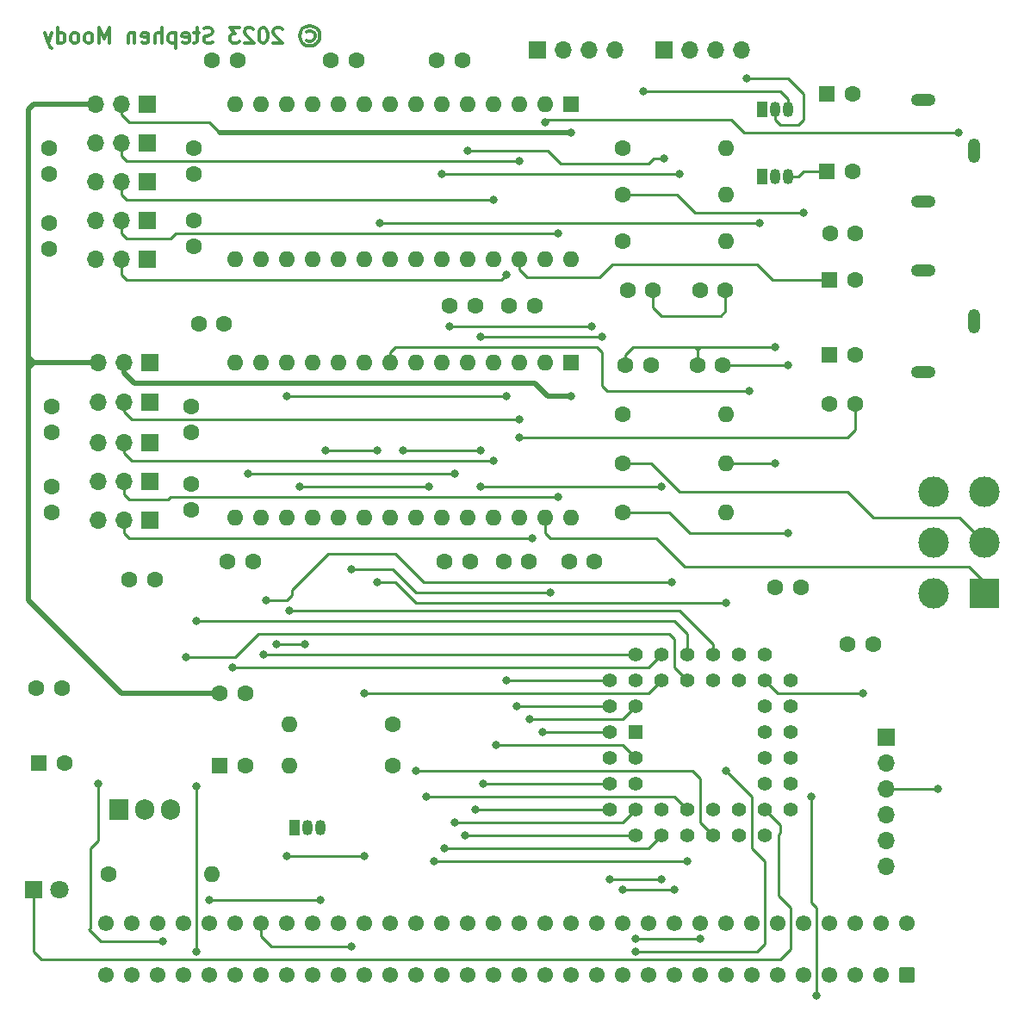
<source format=gbl>
G04 #@! TF.GenerationSoftware,KiCad,Pcbnew,7.0.8*
G04 #@! TF.CreationDate,2024-01-05T15:27:59+00:00*
G04 #@! TF.ProjectId,AudioSID,41756469-6f53-4494-942e-6b696361645f,rev?*
G04 #@! TF.SameCoordinates,Original*
G04 #@! TF.FileFunction,Copper,L4,Bot*
G04 #@! TF.FilePolarity,Positive*
%FSLAX46Y46*%
G04 Gerber Fmt 4.6, Leading zero omitted, Abs format (unit mm)*
G04 Created by KiCad (PCBNEW 7.0.8) date 2024-01-05 15:27:59*
%MOMM*%
%LPD*%
G01*
G04 APERTURE LIST*
G04 Aperture macros list*
%AMRoundRect*
0 Rectangle with rounded corners*
0 $1 Rounding radius*
0 $2 $3 $4 $5 $6 $7 $8 $9 X,Y pos of 4 corners*
0 Add a 4 corners polygon primitive as box body*
4,1,4,$2,$3,$4,$5,$6,$7,$8,$9,$2,$3,0*
0 Add four circle primitives for the rounded corners*
1,1,$1+$1,$2,$3*
1,1,$1+$1,$4,$5*
1,1,$1+$1,$6,$7*
1,1,$1+$1,$8,$9*
0 Add four rect primitives between the rounded corners*
20,1,$1+$1,$2,$3,$4,$5,0*
20,1,$1+$1,$4,$5,$6,$7,0*
20,1,$1+$1,$6,$7,$8,$9,0*
20,1,$1+$1,$8,$9,$2,$3,0*%
G04 Aperture macros list end*
%ADD10C,0.300000*%
G04 #@! TA.AperFunction,NonConductor*
%ADD11C,0.300000*%
G04 #@! TD*
G04 #@! TA.AperFunction,ComponentPad*
%ADD12RoundRect,0.249999X0.525001X0.525001X-0.525001X0.525001X-0.525001X-0.525001X0.525001X-0.525001X0*%
G04 #@! TD*
G04 #@! TA.AperFunction,ComponentPad*
%ADD13C,1.550000*%
G04 #@! TD*
G04 #@! TA.AperFunction,ComponentPad*
%ADD14R,1.700000X1.700000*%
G04 #@! TD*
G04 #@! TA.AperFunction,ComponentPad*
%ADD15O,1.700000X1.700000*%
G04 #@! TD*
G04 #@! TA.AperFunction,ComponentPad*
%ADD16C,1.600000*%
G04 #@! TD*
G04 #@! TA.AperFunction,ComponentPad*
%ADD17O,1.600000X1.600000*%
G04 #@! TD*
G04 #@! TA.AperFunction,ComponentPad*
%ADD18R,1.600000X1.600000*%
G04 #@! TD*
G04 #@! TA.AperFunction,ComponentPad*
%ADD19O,1.208000X2.416000*%
G04 #@! TD*
G04 #@! TA.AperFunction,ComponentPad*
%ADD20O,2.416000X1.208000*%
G04 #@! TD*
G04 #@! TA.AperFunction,ComponentPad*
%ADD21R,1.050000X1.500000*%
G04 #@! TD*
G04 #@! TA.AperFunction,ComponentPad*
%ADD22O,1.050000X1.500000*%
G04 #@! TD*
G04 #@! TA.AperFunction,ComponentPad*
%ADD23R,3.000000X3.000000*%
G04 #@! TD*
G04 #@! TA.AperFunction,ComponentPad*
%ADD24C,3.000000*%
G04 #@! TD*
G04 #@! TA.AperFunction,ComponentPad*
%ADD25R,1.422400X1.422400*%
G04 #@! TD*
G04 #@! TA.AperFunction,ComponentPad*
%ADD26C,1.422400*%
G04 #@! TD*
G04 #@! TA.AperFunction,ComponentPad*
%ADD27R,1.905000X2.000000*%
G04 #@! TD*
G04 #@! TA.AperFunction,ComponentPad*
%ADD28O,1.905000X2.000000*%
G04 #@! TD*
G04 #@! TA.AperFunction,ComponentPad*
%ADD29R,1.800000X1.800000*%
G04 #@! TD*
G04 #@! TA.AperFunction,ComponentPad*
%ADD30C,1.800000*%
G04 #@! TD*
G04 #@! TA.AperFunction,ViaPad*
%ADD31C,0.800000*%
G04 #@! TD*
G04 #@! TA.AperFunction,Conductor*
%ADD32C,0.250000*%
G04 #@! TD*
G04 #@! TA.AperFunction,Conductor*
%ADD33C,0.500000*%
G04 #@! TD*
G04 APERTURE END LIST*
D10*
D11*
X129739284Y-52035471D02*
X129882141Y-51964042D01*
X129882141Y-51964042D02*
X130167855Y-51964042D01*
X130167855Y-51964042D02*
X130310713Y-52035471D01*
X130310713Y-52035471D02*
X130453570Y-52178328D01*
X130453570Y-52178328D02*
X130524998Y-52321185D01*
X130524998Y-52321185D02*
X130524998Y-52606900D01*
X130524998Y-52606900D02*
X130453570Y-52749757D01*
X130453570Y-52749757D02*
X130310713Y-52892614D01*
X130310713Y-52892614D02*
X130167855Y-52964042D01*
X130167855Y-52964042D02*
X129882141Y-52964042D01*
X129882141Y-52964042D02*
X129739284Y-52892614D01*
X130024998Y-51464042D02*
X130382141Y-51535471D01*
X130382141Y-51535471D02*
X130739284Y-51749757D01*
X130739284Y-51749757D02*
X130953570Y-52106900D01*
X130953570Y-52106900D02*
X131024998Y-52464042D01*
X131024998Y-52464042D02*
X130953570Y-52821185D01*
X130953570Y-52821185D02*
X130739284Y-53178328D01*
X130739284Y-53178328D02*
X130382141Y-53392614D01*
X130382141Y-53392614D02*
X130024998Y-53464042D01*
X130024998Y-53464042D02*
X129667855Y-53392614D01*
X129667855Y-53392614D02*
X129310713Y-53178328D01*
X129310713Y-53178328D02*
X129096427Y-52821185D01*
X129096427Y-52821185D02*
X129024998Y-52464042D01*
X129024998Y-52464042D02*
X129096427Y-52106900D01*
X129096427Y-52106900D02*
X129310713Y-51749757D01*
X129310713Y-51749757D02*
X129667855Y-51535471D01*
X129667855Y-51535471D02*
X130024998Y-51464042D01*
X127310712Y-51821185D02*
X127239284Y-51749757D01*
X127239284Y-51749757D02*
X127096427Y-51678328D01*
X127096427Y-51678328D02*
X126739284Y-51678328D01*
X126739284Y-51678328D02*
X126596427Y-51749757D01*
X126596427Y-51749757D02*
X126524998Y-51821185D01*
X126524998Y-51821185D02*
X126453569Y-51964042D01*
X126453569Y-51964042D02*
X126453569Y-52106900D01*
X126453569Y-52106900D02*
X126524998Y-52321185D01*
X126524998Y-52321185D02*
X127382141Y-53178328D01*
X127382141Y-53178328D02*
X126453569Y-53178328D01*
X125524998Y-51678328D02*
X125382141Y-51678328D01*
X125382141Y-51678328D02*
X125239284Y-51749757D01*
X125239284Y-51749757D02*
X125167856Y-51821185D01*
X125167856Y-51821185D02*
X125096427Y-51964042D01*
X125096427Y-51964042D02*
X125024998Y-52249757D01*
X125024998Y-52249757D02*
X125024998Y-52606900D01*
X125024998Y-52606900D02*
X125096427Y-52892614D01*
X125096427Y-52892614D02*
X125167856Y-53035471D01*
X125167856Y-53035471D02*
X125239284Y-53106900D01*
X125239284Y-53106900D02*
X125382141Y-53178328D01*
X125382141Y-53178328D02*
X125524998Y-53178328D01*
X125524998Y-53178328D02*
X125667856Y-53106900D01*
X125667856Y-53106900D02*
X125739284Y-53035471D01*
X125739284Y-53035471D02*
X125810713Y-52892614D01*
X125810713Y-52892614D02*
X125882141Y-52606900D01*
X125882141Y-52606900D02*
X125882141Y-52249757D01*
X125882141Y-52249757D02*
X125810713Y-51964042D01*
X125810713Y-51964042D02*
X125739284Y-51821185D01*
X125739284Y-51821185D02*
X125667856Y-51749757D01*
X125667856Y-51749757D02*
X125524998Y-51678328D01*
X124453570Y-51821185D02*
X124382142Y-51749757D01*
X124382142Y-51749757D02*
X124239285Y-51678328D01*
X124239285Y-51678328D02*
X123882142Y-51678328D01*
X123882142Y-51678328D02*
X123739285Y-51749757D01*
X123739285Y-51749757D02*
X123667856Y-51821185D01*
X123667856Y-51821185D02*
X123596427Y-51964042D01*
X123596427Y-51964042D02*
X123596427Y-52106900D01*
X123596427Y-52106900D02*
X123667856Y-52321185D01*
X123667856Y-52321185D02*
X124524999Y-53178328D01*
X124524999Y-53178328D02*
X123596427Y-53178328D01*
X123096428Y-51678328D02*
X122167856Y-51678328D01*
X122167856Y-51678328D02*
X122667856Y-52249757D01*
X122667856Y-52249757D02*
X122453571Y-52249757D01*
X122453571Y-52249757D02*
X122310714Y-52321185D01*
X122310714Y-52321185D02*
X122239285Y-52392614D01*
X122239285Y-52392614D02*
X122167856Y-52535471D01*
X122167856Y-52535471D02*
X122167856Y-52892614D01*
X122167856Y-52892614D02*
X122239285Y-53035471D01*
X122239285Y-53035471D02*
X122310714Y-53106900D01*
X122310714Y-53106900D02*
X122453571Y-53178328D01*
X122453571Y-53178328D02*
X122882142Y-53178328D01*
X122882142Y-53178328D02*
X123024999Y-53106900D01*
X123024999Y-53106900D02*
X123096428Y-53035471D01*
X120453571Y-53106900D02*
X120239286Y-53178328D01*
X120239286Y-53178328D02*
X119882143Y-53178328D01*
X119882143Y-53178328D02*
X119739286Y-53106900D01*
X119739286Y-53106900D02*
X119667857Y-53035471D01*
X119667857Y-53035471D02*
X119596428Y-52892614D01*
X119596428Y-52892614D02*
X119596428Y-52749757D01*
X119596428Y-52749757D02*
X119667857Y-52606900D01*
X119667857Y-52606900D02*
X119739286Y-52535471D01*
X119739286Y-52535471D02*
X119882143Y-52464042D01*
X119882143Y-52464042D02*
X120167857Y-52392614D01*
X120167857Y-52392614D02*
X120310714Y-52321185D01*
X120310714Y-52321185D02*
X120382143Y-52249757D01*
X120382143Y-52249757D02*
X120453571Y-52106900D01*
X120453571Y-52106900D02*
X120453571Y-51964042D01*
X120453571Y-51964042D02*
X120382143Y-51821185D01*
X120382143Y-51821185D02*
X120310714Y-51749757D01*
X120310714Y-51749757D02*
X120167857Y-51678328D01*
X120167857Y-51678328D02*
X119810714Y-51678328D01*
X119810714Y-51678328D02*
X119596428Y-51749757D01*
X119167857Y-52178328D02*
X118596429Y-52178328D01*
X118953572Y-51678328D02*
X118953572Y-52964042D01*
X118953572Y-52964042D02*
X118882143Y-53106900D01*
X118882143Y-53106900D02*
X118739286Y-53178328D01*
X118739286Y-53178328D02*
X118596429Y-53178328D01*
X117525000Y-53106900D02*
X117667857Y-53178328D01*
X117667857Y-53178328D02*
X117953572Y-53178328D01*
X117953572Y-53178328D02*
X118096429Y-53106900D01*
X118096429Y-53106900D02*
X118167857Y-52964042D01*
X118167857Y-52964042D02*
X118167857Y-52392614D01*
X118167857Y-52392614D02*
X118096429Y-52249757D01*
X118096429Y-52249757D02*
X117953572Y-52178328D01*
X117953572Y-52178328D02*
X117667857Y-52178328D01*
X117667857Y-52178328D02*
X117525000Y-52249757D01*
X117525000Y-52249757D02*
X117453572Y-52392614D01*
X117453572Y-52392614D02*
X117453572Y-52535471D01*
X117453572Y-52535471D02*
X118167857Y-52678328D01*
X116810715Y-52178328D02*
X116810715Y-53678328D01*
X116810715Y-52249757D02*
X116667858Y-52178328D01*
X116667858Y-52178328D02*
X116382143Y-52178328D01*
X116382143Y-52178328D02*
X116239286Y-52249757D01*
X116239286Y-52249757D02*
X116167858Y-52321185D01*
X116167858Y-52321185D02*
X116096429Y-52464042D01*
X116096429Y-52464042D02*
X116096429Y-52892614D01*
X116096429Y-52892614D02*
X116167858Y-53035471D01*
X116167858Y-53035471D02*
X116239286Y-53106900D01*
X116239286Y-53106900D02*
X116382143Y-53178328D01*
X116382143Y-53178328D02*
X116667858Y-53178328D01*
X116667858Y-53178328D02*
X116810715Y-53106900D01*
X115453572Y-53178328D02*
X115453572Y-51678328D01*
X114810715Y-53178328D02*
X114810715Y-52392614D01*
X114810715Y-52392614D02*
X114882143Y-52249757D01*
X114882143Y-52249757D02*
X115025000Y-52178328D01*
X115025000Y-52178328D02*
X115239286Y-52178328D01*
X115239286Y-52178328D02*
X115382143Y-52249757D01*
X115382143Y-52249757D02*
X115453572Y-52321185D01*
X113525000Y-53106900D02*
X113667857Y-53178328D01*
X113667857Y-53178328D02*
X113953572Y-53178328D01*
X113953572Y-53178328D02*
X114096429Y-53106900D01*
X114096429Y-53106900D02*
X114167857Y-52964042D01*
X114167857Y-52964042D02*
X114167857Y-52392614D01*
X114167857Y-52392614D02*
X114096429Y-52249757D01*
X114096429Y-52249757D02*
X113953572Y-52178328D01*
X113953572Y-52178328D02*
X113667857Y-52178328D01*
X113667857Y-52178328D02*
X113525000Y-52249757D01*
X113525000Y-52249757D02*
X113453572Y-52392614D01*
X113453572Y-52392614D02*
X113453572Y-52535471D01*
X113453572Y-52535471D02*
X114167857Y-52678328D01*
X112810715Y-52178328D02*
X112810715Y-53178328D01*
X112810715Y-52321185D02*
X112739286Y-52249757D01*
X112739286Y-52249757D02*
X112596429Y-52178328D01*
X112596429Y-52178328D02*
X112382143Y-52178328D01*
X112382143Y-52178328D02*
X112239286Y-52249757D01*
X112239286Y-52249757D02*
X112167858Y-52392614D01*
X112167858Y-52392614D02*
X112167858Y-53178328D01*
X110310715Y-53178328D02*
X110310715Y-51678328D01*
X110310715Y-51678328D02*
X109810715Y-52749757D01*
X109810715Y-52749757D02*
X109310715Y-51678328D01*
X109310715Y-51678328D02*
X109310715Y-53178328D01*
X108382143Y-53178328D02*
X108525000Y-53106900D01*
X108525000Y-53106900D02*
X108596429Y-53035471D01*
X108596429Y-53035471D02*
X108667857Y-52892614D01*
X108667857Y-52892614D02*
X108667857Y-52464042D01*
X108667857Y-52464042D02*
X108596429Y-52321185D01*
X108596429Y-52321185D02*
X108525000Y-52249757D01*
X108525000Y-52249757D02*
X108382143Y-52178328D01*
X108382143Y-52178328D02*
X108167857Y-52178328D01*
X108167857Y-52178328D02*
X108025000Y-52249757D01*
X108025000Y-52249757D02*
X107953572Y-52321185D01*
X107953572Y-52321185D02*
X107882143Y-52464042D01*
X107882143Y-52464042D02*
X107882143Y-52892614D01*
X107882143Y-52892614D02*
X107953572Y-53035471D01*
X107953572Y-53035471D02*
X108025000Y-53106900D01*
X108025000Y-53106900D02*
X108167857Y-53178328D01*
X108167857Y-53178328D02*
X108382143Y-53178328D01*
X107025000Y-53178328D02*
X107167857Y-53106900D01*
X107167857Y-53106900D02*
X107239286Y-53035471D01*
X107239286Y-53035471D02*
X107310714Y-52892614D01*
X107310714Y-52892614D02*
X107310714Y-52464042D01*
X107310714Y-52464042D02*
X107239286Y-52321185D01*
X107239286Y-52321185D02*
X107167857Y-52249757D01*
X107167857Y-52249757D02*
X107025000Y-52178328D01*
X107025000Y-52178328D02*
X106810714Y-52178328D01*
X106810714Y-52178328D02*
X106667857Y-52249757D01*
X106667857Y-52249757D02*
X106596429Y-52321185D01*
X106596429Y-52321185D02*
X106525000Y-52464042D01*
X106525000Y-52464042D02*
X106525000Y-52892614D01*
X106525000Y-52892614D02*
X106596429Y-53035471D01*
X106596429Y-53035471D02*
X106667857Y-53106900D01*
X106667857Y-53106900D02*
X106810714Y-53178328D01*
X106810714Y-53178328D02*
X107025000Y-53178328D01*
X105239286Y-53178328D02*
X105239286Y-51678328D01*
X105239286Y-53106900D02*
X105382143Y-53178328D01*
X105382143Y-53178328D02*
X105667857Y-53178328D01*
X105667857Y-53178328D02*
X105810714Y-53106900D01*
X105810714Y-53106900D02*
X105882143Y-53035471D01*
X105882143Y-53035471D02*
X105953571Y-52892614D01*
X105953571Y-52892614D02*
X105953571Y-52464042D01*
X105953571Y-52464042D02*
X105882143Y-52321185D01*
X105882143Y-52321185D02*
X105810714Y-52249757D01*
X105810714Y-52249757D02*
X105667857Y-52178328D01*
X105667857Y-52178328D02*
X105382143Y-52178328D01*
X105382143Y-52178328D02*
X105239286Y-52249757D01*
X104667857Y-52178328D02*
X104310714Y-53178328D01*
X103953571Y-52178328D02*
X104310714Y-53178328D01*
X104310714Y-53178328D02*
X104453571Y-53535471D01*
X104453571Y-53535471D02*
X104525000Y-53606900D01*
X104525000Y-53606900D02*
X104667857Y-53678328D01*
D12*
X188722000Y-144780000D03*
D13*
X186182000Y-144780000D03*
X183642000Y-144780000D03*
X181102000Y-144780000D03*
X178562000Y-144780000D03*
X176022000Y-144780000D03*
X173482000Y-144780000D03*
X170942000Y-144780000D03*
X168402000Y-144780000D03*
X165862000Y-144780000D03*
X163322000Y-144780000D03*
X160782000Y-144780000D03*
X158242000Y-144780000D03*
X155702000Y-144780000D03*
X153162000Y-144780000D03*
X150622000Y-144780000D03*
X148082000Y-144780000D03*
X145542000Y-144780000D03*
X143002000Y-144780000D03*
X140462000Y-144780000D03*
X137922000Y-144780000D03*
X135382000Y-144780000D03*
X132842000Y-144780000D03*
X130302000Y-144780000D03*
X127762000Y-144780000D03*
X125222000Y-144780000D03*
X122682000Y-144780000D03*
X120142000Y-144780000D03*
X117602000Y-144780000D03*
X115062000Y-144780000D03*
X112522000Y-144780000D03*
X109982000Y-144780000D03*
X188722000Y-139700000D03*
X186182000Y-139700000D03*
X183642000Y-139700000D03*
X181102000Y-139700000D03*
X178562000Y-139700000D03*
X176022000Y-139700000D03*
X173482000Y-139700000D03*
X170942000Y-139700000D03*
X168402000Y-139700000D03*
X165862000Y-139700000D03*
X163322000Y-139700000D03*
X160782000Y-139700000D03*
X158242000Y-139700000D03*
X155702000Y-139700000D03*
X153162000Y-139700000D03*
X150622000Y-139700000D03*
X148082000Y-139700000D03*
X145542000Y-139700000D03*
X143002000Y-139700000D03*
X140462000Y-139700000D03*
X137922000Y-139700000D03*
X135382000Y-139700000D03*
X132842000Y-139700000D03*
X130302000Y-139700000D03*
X127762000Y-139700000D03*
X125222000Y-139700000D03*
X122682000Y-139700000D03*
X120142000Y-139700000D03*
X117602000Y-139700000D03*
X115062000Y-139700000D03*
X112522000Y-139700000D03*
X109982000Y-139700000D03*
D14*
X164846000Y-53848000D03*
D15*
X167386000Y-53848000D03*
X169926000Y-53848000D03*
X172466000Y-53848000D03*
D14*
X114310000Y-84587000D03*
D15*
X111770000Y-84587000D03*
X109230000Y-84587000D03*
D16*
X160782000Y-68072000D03*
D17*
X170942000Y-68072000D03*
D16*
X160782000Y-63514000D03*
D17*
X170942000Y-63514000D03*
D14*
X152410000Y-53848000D03*
D15*
X154950000Y-53848000D03*
X157490000Y-53848000D03*
X160030000Y-53848000D03*
D16*
X121960000Y-104140000D03*
X124460000Y-104140000D03*
D14*
X114031000Y-74422000D03*
D15*
X111491000Y-74422000D03*
X108951000Y-74422000D03*
D14*
X114285000Y-100076000D03*
D15*
X111745000Y-100076000D03*
X109205000Y-100076000D03*
D14*
X114046000Y-70612000D03*
D15*
X111506000Y-70612000D03*
X108966000Y-70612000D03*
D18*
X181142000Y-76454000D03*
D16*
X183642000Y-76454000D03*
D18*
X180888000Y-58166000D03*
D16*
X183388000Y-58166000D03*
X118603000Y-63540000D03*
X118603000Y-66040000D03*
D19*
X195326000Y-80518000D03*
D20*
X190326000Y-75518000D03*
X190326000Y-85518000D03*
D18*
X181142000Y-83820000D03*
D16*
X183642000Y-83820000D03*
D14*
X114031000Y-59182000D03*
D15*
X111491000Y-59182000D03*
X108951000Y-59182000D03*
D21*
X174498000Y-66294000D03*
D22*
X175768000Y-66294000D03*
X177038000Y-66294000D03*
D21*
X174498000Y-59690000D03*
D22*
X175768000Y-59690000D03*
X177038000Y-59690000D03*
D14*
X114285000Y-96266000D03*
D15*
X111745000Y-96266000D03*
X109205000Y-96266000D03*
D19*
X195326000Y-63754000D03*
D20*
X190326000Y-58754000D03*
X190326000Y-68754000D03*
D23*
X196342000Y-107282000D03*
D24*
X196342000Y-102282000D03*
X196342000Y-97282000D03*
X191342000Y-107282000D03*
X191342000Y-102282000D03*
X191342000Y-97282000D03*
D18*
X180888000Y-65786000D03*
D16*
X183388000Y-65786000D03*
D25*
X162052000Y-120904000D03*
D26*
X159512000Y-123444000D03*
X162052000Y-123444000D03*
X159512000Y-125984000D03*
X162052000Y-125984000D03*
X159512000Y-128524000D03*
X162052000Y-131064000D03*
X162052000Y-128524000D03*
X164592000Y-131064000D03*
X164592000Y-128524000D03*
X167132000Y-131064000D03*
X167132000Y-128524000D03*
X169672000Y-131064000D03*
X169672000Y-128524000D03*
X172212000Y-131064000D03*
X172212000Y-128524000D03*
X174752000Y-131064000D03*
X177292000Y-128524000D03*
X174752000Y-128524000D03*
X177292000Y-125984000D03*
X174752000Y-125984000D03*
X177292000Y-123444000D03*
X174752000Y-123444000D03*
X177292000Y-120904000D03*
X174752000Y-120904000D03*
X177292000Y-118364000D03*
X174752000Y-118364000D03*
X177292000Y-115824000D03*
X174752000Y-113284000D03*
X174752000Y-115824000D03*
X172212000Y-113284000D03*
X172212000Y-115824000D03*
X169672000Y-113284000D03*
X169672000Y-115824000D03*
X167132000Y-113284000D03*
X167132000Y-115824000D03*
X164592000Y-113284000D03*
X164592000Y-115824000D03*
X162052000Y-113284000D03*
X159512000Y-115824000D03*
X162052000Y-115824000D03*
X159512000Y-118364000D03*
X162052000Y-118364000D03*
X159512000Y-120904000D03*
D16*
X138176000Y-124206000D03*
D17*
X128016000Y-124206000D03*
D27*
X111252000Y-128524000D03*
D28*
X113792000Y-128524000D03*
X116332000Y-128524000D03*
D16*
X110236000Y-134874000D03*
D17*
X120396000Y-134874000D03*
D16*
X121198000Y-117094000D03*
X123698000Y-117094000D03*
X104633000Y-96814000D03*
X104633000Y-99314000D03*
X175808000Y-106680000D03*
X178308000Y-106680000D03*
X104379000Y-70906000D03*
X104379000Y-73406000D03*
D29*
X102870000Y-136398000D03*
D30*
X105410000Y-136398000D03*
D16*
X160782000Y-72658000D03*
D17*
X170942000Y-72658000D03*
D16*
X155508000Y-104140000D03*
X158008000Y-104140000D03*
X160762000Y-94488000D03*
D17*
X170922000Y-94488000D03*
D16*
X118603000Y-70652000D03*
X118603000Y-73152000D03*
D18*
X103418000Y-123952000D03*
D16*
X105918000Y-123952000D03*
D18*
X121198000Y-124206000D03*
D16*
X123698000Y-124206000D03*
X104633000Y-88940000D03*
X104633000Y-91440000D03*
X103164000Y-116586000D03*
X105664000Y-116586000D03*
D18*
X155702000Y-84582000D03*
D17*
X153162000Y-84582000D03*
X150622000Y-84582000D03*
X148082000Y-84582000D03*
X145542000Y-84582000D03*
X143002000Y-84582000D03*
X140462000Y-84582000D03*
X137922000Y-84582000D03*
X135382000Y-84582000D03*
X132842000Y-84582000D03*
X130302000Y-84582000D03*
X127762000Y-84582000D03*
X125222000Y-84582000D03*
X122682000Y-84582000D03*
X122682000Y-99822000D03*
X125222000Y-99822000D03*
X127762000Y-99822000D03*
X130302000Y-99822000D03*
X132842000Y-99822000D03*
X135382000Y-99822000D03*
X137922000Y-99822000D03*
X140462000Y-99822000D03*
X143002000Y-99822000D03*
X145542000Y-99822000D03*
X148082000Y-99822000D03*
X150622000Y-99822000D03*
X153162000Y-99822000D03*
X155702000Y-99822000D03*
D16*
X161056000Y-84850000D03*
X163556000Y-84850000D03*
D18*
X155702000Y-59182000D03*
D17*
X153162000Y-59182000D03*
X150622000Y-59182000D03*
X148082000Y-59182000D03*
X145542000Y-59182000D03*
X143002000Y-59182000D03*
X140462000Y-59182000D03*
X137922000Y-59182000D03*
X135382000Y-59182000D03*
X132842000Y-59182000D03*
X130302000Y-59182000D03*
X127762000Y-59182000D03*
X125222000Y-59182000D03*
X122682000Y-59182000D03*
X122682000Y-74422000D03*
X125222000Y-74422000D03*
X127762000Y-74422000D03*
X130302000Y-74422000D03*
X132842000Y-74422000D03*
X135382000Y-74422000D03*
X137922000Y-74422000D03*
X140462000Y-74422000D03*
X143002000Y-74422000D03*
X145542000Y-74422000D03*
X148082000Y-74422000D03*
X150622000Y-74422000D03*
X153162000Y-74422000D03*
X155702000Y-74422000D03*
D14*
X114031000Y-62992000D03*
D15*
X111491000Y-62992000D03*
X108951000Y-62992000D03*
D16*
X163790000Y-77484000D03*
X161290000Y-77484000D03*
X118349000Y-88940000D03*
X118349000Y-91440000D03*
X112308000Y-105918000D03*
X114808000Y-105918000D03*
X142534000Y-54864000D03*
X145034000Y-54864000D03*
X160762000Y-99328000D03*
D17*
X170922000Y-99328000D03*
D16*
X143296000Y-104140000D03*
X145796000Y-104140000D03*
X120436000Y-54864000D03*
X122936000Y-54864000D03*
D21*
X128524000Y-130302000D03*
D22*
X129794000Y-130302000D03*
X131064000Y-130302000D03*
D16*
X118349000Y-96560000D03*
X118349000Y-99060000D03*
X143804000Y-78994000D03*
X146304000Y-78994000D03*
D14*
X114285000Y-92456000D03*
D15*
X111745000Y-92456000D03*
X109205000Y-92456000D03*
D16*
X183622000Y-88646000D03*
X181122000Y-88646000D03*
X149098000Y-104140000D03*
X151598000Y-104140000D03*
D14*
X114285000Y-88454000D03*
D15*
X111745000Y-88454000D03*
X109205000Y-88454000D03*
D16*
X182920000Y-112268000D03*
X185420000Y-112268000D03*
X149626000Y-78994000D03*
X152126000Y-78994000D03*
X132120000Y-54864000D03*
X134620000Y-54864000D03*
D14*
X114046000Y-66802000D03*
D15*
X111506000Y-66802000D03*
X108966000Y-66802000D03*
D16*
X160762000Y-89676000D03*
D17*
X170922000Y-89676000D03*
D14*
X186690000Y-121412000D03*
D15*
X186690000Y-123952000D03*
X186690000Y-126492000D03*
X186690000Y-129032000D03*
X186690000Y-131572000D03*
X186690000Y-134112000D03*
D16*
X168148000Y-84836000D03*
X170648000Y-84836000D03*
X104379000Y-63540000D03*
X104379000Y-66040000D03*
X138176000Y-120142000D03*
D17*
X128016000Y-120142000D03*
D16*
X181162000Y-71882000D03*
X183662000Y-71882000D03*
X170902000Y-77484000D03*
X168402000Y-77484000D03*
X119126000Y-80772000D03*
X121626000Y-80772000D03*
D31*
X115570000Y-141478000D03*
X109220000Y-125984000D03*
X117856000Y-113538000D03*
X129540000Y-112268000D03*
X125730000Y-107950000D03*
X134112000Y-141986000D03*
X164846000Y-64516000D03*
X145542000Y-63754000D03*
X165608000Y-106172000D03*
X126746000Y-112268000D03*
X127762000Y-133096000D03*
X135382000Y-133096000D03*
X135382000Y-117094000D03*
X179832000Y-146812000D03*
X179324000Y-127254000D03*
X150368000Y-118364000D03*
X152908000Y-120904000D03*
X127762000Y-87884000D03*
X149352000Y-87884000D03*
X170942000Y-124714000D03*
X136652000Y-106172000D03*
X162052000Y-142494000D03*
X170942000Y-108204000D03*
X136652000Y-93218000D03*
X131572000Y-93218000D03*
X147066000Y-125984000D03*
X165862000Y-136398000D03*
X160782000Y-136398000D03*
X145288000Y-131064000D03*
X168402000Y-141224000D03*
X162052000Y-141224000D03*
X143256000Y-132334000D03*
X141478000Y-127254000D03*
X146812000Y-82042000D03*
X158750000Y-82042000D03*
X118872000Y-126238000D03*
X118872000Y-142531500D03*
X118872000Y-109982000D03*
X146812000Y-96774000D03*
X164592000Y-96774000D03*
X146812000Y-93218000D03*
X139192000Y-93218000D03*
X122428000Y-114554000D03*
X125476000Y-113284000D03*
X149352000Y-115824000D03*
X123952000Y-95504000D03*
X151638000Y-119634000D03*
X144272000Y-95504000D03*
X141732000Y-96774000D03*
X129032000Y-96774000D03*
X148336000Y-122174000D03*
X134112000Y-104902000D03*
X153670000Y-107188000D03*
X146304000Y-128524000D03*
X159512000Y-135382000D03*
X164592000Y-135382000D03*
X144272000Y-129794000D03*
X142240000Y-133604000D03*
X167132000Y-133604000D03*
X140462000Y-124714000D03*
X131064000Y-137414000D03*
X120142000Y-137414000D03*
X157734000Y-81026000D03*
X143764000Y-81026000D03*
X191770000Y-126492000D03*
X184404000Y-117094000D03*
X128016000Y-108966000D03*
X178562000Y-69850000D03*
X193802000Y-61976000D03*
X153162000Y-60960000D03*
X143002000Y-66040000D03*
X166370000Y-66040000D03*
X136906000Y-70866000D03*
X174244000Y-70866000D03*
X173228000Y-87376000D03*
X150622000Y-91948000D03*
X175768000Y-94488000D03*
X175768000Y-83058000D03*
X177038000Y-84836000D03*
X177038000Y-101346000D03*
X172974000Y-56642000D03*
X162814000Y-57912000D03*
X155702000Y-87884000D03*
X150622000Y-90170000D03*
X148082000Y-94234000D03*
X154432000Y-97790000D03*
X151892000Y-101854000D03*
X155702000Y-61976000D03*
X150622000Y-64770000D03*
X148082000Y-68580000D03*
X154432000Y-71882000D03*
X149352000Y-75946000D03*
D32*
X165862000Y-111760000D02*
X165354000Y-111252000D01*
X122682000Y-113538000D02*
X117856000Y-113538000D01*
X108458000Y-132334000D02*
X108458000Y-140208000D01*
X115570000Y-141478000D02*
X109474000Y-141478000D01*
X109474000Y-141478000D02*
X108331000Y-140335000D01*
X109220000Y-125984000D02*
X109220000Y-131572000D01*
X167132000Y-115824000D02*
X165862000Y-114554000D01*
X108458000Y-140208000D02*
X108331000Y-140335000D01*
X109220000Y-131572000D02*
X108458000Y-132334000D01*
X122682000Y-113538000D02*
X124968000Y-111252000D01*
X165862000Y-114554000D02*
X165862000Y-111760000D01*
X165354000Y-111252000D02*
X124968000Y-111252000D01*
X134112000Y-141986000D02*
X126238000Y-141986000D01*
X126238000Y-141986000D02*
X125222000Y-140970000D01*
X154686000Y-65024000D02*
X153416000Y-63754000D01*
X128270000Y-107442000D02*
X127762000Y-107950000D01*
X164846000Y-64516000D02*
X163830000Y-64516000D01*
X126746000Y-112268000D02*
X129540000Y-112268000D01*
X165608000Y-106172000D02*
X141224000Y-106172000D01*
X128270000Y-106934000D02*
X128270000Y-107442000D01*
X131826000Y-103378000D02*
X128270000Y-106934000D01*
X127762000Y-107950000D02*
X125730000Y-107950000D01*
X153416000Y-63754000D02*
X145542000Y-63754000D01*
X138430000Y-103378000D02*
X141224000Y-106172000D01*
X138430000Y-103378000D02*
X131826000Y-103378000D01*
X163830000Y-64516000D02*
X163322000Y-65024000D01*
X125222000Y-140970000D02*
X125222000Y-139700000D01*
X163322000Y-65024000D02*
X154686000Y-65024000D01*
X135382000Y-133096000D02*
X127762000Y-133096000D01*
X163322000Y-117094000D02*
X164592000Y-115824000D01*
X135382000Y-117094000D02*
X163322000Y-117094000D01*
X179324000Y-137668000D02*
X179832000Y-138176000D01*
X179324000Y-127254000D02*
X179324000Y-137668000D01*
X179832000Y-138176000D02*
X179832000Y-146812000D01*
X150368000Y-118364000D02*
X159512000Y-118364000D01*
X152908000Y-120904000D02*
X159512000Y-120904000D01*
X149352000Y-87884000D02*
X127762000Y-87884000D01*
X174752000Y-141732000D02*
X174752000Y-133604000D01*
X136652000Y-93218000D02*
X131572000Y-93218000D01*
X174752000Y-133604000D02*
X173482000Y-132334000D01*
X138430000Y-106172000D02*
X136652000Y-106172000D01*
X162052000Y-142494000D02*
X173990000Y-142494000D01*
X173482000Y-132334000D02*
X173482000Y-127254000D01*
X138430000Y-106172000D02*
X140462000Y-108204000D01*
X170942000Y-108204000D02*
X140462000Y-108204000D01*
X173482000Y-127254000D02*
X170942000Y-124714000D01*
X173990000Y-142494000D02*
X174752000Y-141732000D01*
X160782000Y-136398000D02*
X165862000Y-136398000D01*
X147066000Y-125984000D02*
X159512000Y-125984000D01*
X162052000Y-141224000D02*
X168402000Y-141224000D01*
X145288000Y-131064000D02*
X162052000Y-131064000D01*
X143256000Y-132334000D02*
X163322000Y-132334000D01*
X163322000Y-132334000D02*
X164592000Y-131064000D01*
X141478000Y-127254000D02*
X165862000Y-127254000D01*
X165862000Y-127254000D02*
X167132000Y-128524000D01*
X146812000Y-82042000D02*
X158750000Y-82042000D01*
X167132000Y-111252000D02*
X167132000Y-113284000D01*
X165862000Y-109982000D02*
X167132000Y-111252000D01*
X118872000Y-109982000D02*
X165862000Y-109982000D01*
X118872000Y-126238000D02*
X118872000Y-142531500D01*
X122428000Y-114554000D02*
X163322000Y-114554000D01*
X164592000Y-96774000D02*
X146812000Y-96774000D01*
X164592000Y-113284000D02*
X163322000Y-114554000D01*
X146812000Y-93218000D02*
X139192000Y-93218000D01*
X162052000Y-113284000D02*
X125476000Y-113284000D01*
X149352000Y-115824000D02*
X159512000Y-115824000D01*
X160782000Y-119634000D02*
X162052000Y-118364000D01*
X151638000Y-119634000D02*
X160782000Y-119634000D01*
X144272000Y-95504000D02*
X123952000Y-95504000D01*
X148336000Y-122174000D02*
X160782000Y-122174000D01*
X160782000Y-122174000D02*
X162052000Y-123444000D01*
X141732000Y-96774000D02*
X129032000Y-96774000D01*
X138176000Y-104902000D02*
X134112000Y-104902000D01*
X153670000Y-107188000D02*
X140462000Y-107188000D01*
X140462000Y-107188000D02*
X138176000Y-104902000D01*
X146304000Y-128524000D02*
X159512000Y-128524000D01*
X164592000Y-135382000D02*
X159512000Y-135382000D01*
X160782000Y-129794000D02*
X162052000Y-128524000D01*
X144272000Y-129794000D02*
X160782000Y-129794000D01*
X142240000Y-133604000D02*
X167132000Y-133604000D01*
X167640000Y-124714000D02*
X168402000Y-125476000D01*
X168402000Y-129794000D02*
X169672000Y-131064000D01*
X140462000Y-124714000D02*
X167640000Y-124714000D01*
X168402000Y-125476000D02*
X168402000Y-129794000D01*
X131064000Y-137414000D02*
X120142000Y-137414000D01*
X143764000Y-81026000D02*
X157734000Y-81026000D01*
X176106000Y-130980000D02*
X176276000Y-130810000D01*
X177292000Y-138176000D02*
X176106000Y-136990000D01*
X177292000Y-142240000D02*
X177292000Y-138176000D01*
X176106000Y-136990000D02*
X176106000Y-130980000D01*
X176276000Y-130810000D02*
X176276000Y-130048000D01*
X103632000Y-143256000D02*
X176276000Y-143256000D01*
X102870000Y-142494000D02*
X103632000Y-143256000D01*
X102870000Y-136398000D02*
X102870000Y-142494000D01*
X176276000Y-130048000D02*
X174752000Y-128524000D01*
X176276000Y-143256000D02*
X177292000Y-142240000D01*
X191770000Y-126492000D02*
X186690000Y-126492000D01*
X176022000Y-117094000D02*
X184404000Y-117094000D01*
X174752000Y-115824000D02*
X176022000Y-117094000D01*
X169672000Y-112268000D02*
X169672000Y-113284000D01*
X166370000Y-108966000D02*
X169672000Y-112268000D01*
X128016000Y-108966000D02*
X166370000Y-108966000D01*
X182880000Y-97282000D02*
X185420000Y-99822000D01*
X160762000Y-94488000D02*
X163576000Y-94488000D01*
X193882000Y-99822000D02*
X196342000Y-102282000D01*
X163576000Y-94488000D02*
X166370000Y-97282000D01*
X166370000Y-97282000D02*
X182880000Y-97282000D01*
X185420000Y-99822000D02*
X193882000Y-99822000D01*
X160782000Y-68072000D02*
X166116000Y-68072000D01*
X167894000Y-69850000D02*
X178562000Y-69850000D01*
X166116000Y-68072000D02*
X167894000Y-69850000D01*
X153162000Y-101346000D02*
X153162000Y-99822000D01*
X196342000Y-107282000D02*
X196342000Y-106172000D01*
X194818000Y-104648000D02*
X166878000Y-104648000D01*
X196342000Y-106172000D02*
X194818000Y-104648000D01*
X164084000Y-101854000D02*
X153670000Y-101854000D01*
X153670000Y-101854000D02*
X153162000Y-101346000D01*
X166878000Y-104648000D02*
X164084000Y-101854000D01*
X153416000Y-60706000D02*
X171450000Y-60706000D01*
X172720000Y-61976000D02*
X193802000Y-61976000D01*
X153162000Y-60960000D02*
X153416000Y-60706000D01*
X171450000Y-60706000D02*
X172720000Y-61976000D01*
X166370000Y-66040000D02*
X143002000Y-66040000D01*
X174244000Y-70866000D02*
X136906000Y-70866000D01*
X138430000Y-83058000D02*
X137922000Y-83566000D01*
X137922000Y-83566000D02*
X137922000Y-84582000D01*
X159258000Y-87376000D02*
X158750000Y-86868000D01*
X158750000Y-86868000D02*
X158750000Y-83566000D01*
X158750000Y-83566000D02*
X158242000Y-83058000D01*
X173228000Y-87376000D02*
X159258000Y-87376000D01*
X158242000Y-83058000D02*
X138430000Y-83058000D01*
X183622000Y-91206000D02*
X183622000Y-88646000D01*
X150622000Y-91948000D02*
X182880000Y-91948000D01*
X182880000Y-91948000D02*
X183622000Y-91206000D01*
X167894000Y-83058000D02*
X168148000Y-83312000D01*
X168402000Y-83058000D02*
X175768000Y-83058000D01*
X161798000Y-83058000D02*
X165608000Y-83058000D01*
X161056000Y-83800000D02*
X161798000Y-83058000D01*
X168148000Y-83312000D02*
X168148000Y-84836000D01*
X168148000Y-83312000D02*
X168402000Y-83058000D01*
X165608000Y-83058000D02*
X167894000Y-83058000D01*
X165608000Y-83058000D02*
X168402000Y-83058000D01*
X161056000Y-84850000D02*
X161056000Y-83800000D01*
X175768000Y-94488000D02*
X170922000Y-94488000D01*
X167386000Y-101346000D02*
X165368000Y-99328000D01*
X165368000Y-99328000D02*
X160762000Y-99328000D01*
X170648000Y-84836000D02*
X177038000Y-84836000D01*
X178054000Y-66294000D02*
X178562000Y-65786000D01*
X177038000Y-101346000D02*
X167386000Y-101346000D01*
X178562000Y-65786000D02*
X180888000Y-65786000D01*
X177038000Y-66294000D02*
X178054000Y-66294000D01*
X159766000Y-74930000D02*
X158496000Y-76200000D01*
X181142000Y-76454000D02*
X175514000Y-76454000D01*
X151384000Y-76200000D02*
X150622000Y-75438000D01*
X158496000Y-76200000D02*
X151384000Y-76200000D01*
X175514000Y-76454000D02*
X173990000Y-74930000D01*
X150622000Y-75438000D02*
X150622000Y-74422000D01*
X173990000Y-74930000D02*
X159766000Y-74930000D01*
X175768000Y-60706000D02*
X175768000Y-59690000D01*
X178562000Y-58166000D02*
X178562000Y-60706000D01*
X172974000Y-56642000D02*
X177038000Y-56642000D01*
X164592000Y-80010000D02*
X170434000Y-80010000D01*
X176276000Y-61214000D02*
X175768000Y-60706000D01*
X163790000Y-79208000D02*
X164592000Y-80010000D01*
X177038000Y-56642000D02*
X178562000Y-58166000D01*
X170902000Y-79542000D02*
X170902000Y-77484000D01*
X178054000Y-61214000D02*
X176276000Y-61214000D01*
X170434000Y-80010000D02*
X170902000Y-79542000D01*
X178562000Y-60706000D02*
X178054000Y-61214000D01*
X163790000Y-77484000D02*
X163790000Y-79208000D01*
X176276000Y-57912000D02*
X177038000Y-58674000D01*
X162814000Y-57912000D02*
X176276000Y-57912000D01*
X177038000Y-58674000D02*
X177038000Y-59690000D01*
D33*
X102865000Y-84587000D02*
X102865000Y-84577000D01*
X102362000Y-85090000D02*
X102865000Y-84587000D01*
X102362000Y-84074000D02*
X102362000Y-59690000D01*
X102865000Y-84587000D02*
X109230000Y-84587000D01*
X102870000Y-59182000D02*
X108951000Y-59182000D01*
X102362000Y-85852000D02*
X102362000Y-85090000D01*
X121198000Y-117094000D02*
X111506000Y-117094000D01*
X102621000Y-84587000D02*
X102362000Y-84328000D01*
X111506000Y-117094000D02*
X102362000Y-107950000D01*
X102362000Y-59690000D02*
X102870000Y-59182000D01*
X102362000Y-107950000D02*
X102362000Y-85852000D01*
X102865000Y-84587000D02*
X102621000Y-84587000D01*
X102865000Y-84577000D02*
X102362000Y-84074000D01*
X102362000Y-85852000D02*
X102362000Y-84328000D01*
X102362000Y-84328000D02*
X102362000Y-84074000D01*
X153416000Y-87884000D02*
X155702000Y-87884000D01*
X152146000Y-86614000D02*
X153416000Y-87884000D01*
X111770000Y-84587000D02*
X111770000Y-85608000D01*
X112776000Y-86614000D02*
X152146000Y-86614000D01*
X111770000Y-85608000D02*
X112776000Y-86614000D01*
D32*
X112522000Y-90170000D02*
X111745000Y-89393000D01*
X150622000Y-90170000D02*
X112522000Y-90170000D01*
X111745000Y-89393000D02*
X111745000Y-88454000D01*
X111745000Y-93457000D02*
X112522000Y-94234000D01*
X112522000Y-94234000D02*
X148082000Y-94234000D01*
X111745000Y-92456000D02*
X111745000Y-93457000D01*
X111745000Y-97521000D02*
X111760000Y-97536000D01*
X116078000Y-98044000D02*
X116332000Y-97790000D01*
X111760000Y-97536000D02*
X112268000Y-98044000D01*
X111745000Y-96266000D02*
X111745000Y-97521000D01*
X112268000Y-98044000D02*
X116078000Y-98044000D01*
X116332000Y-97790000D02*
X154432000Y-97790000D01*
X112268000Y-101854000D02*
X111745000Y-101331000D01*
X111745000Y-101331000D02*
X111745000Y-100076000D01*
X151892000Y-101854000D02*
X112268000Y-101854000D01*
X112268000Y-60960000D02*
X120142000Y-60960000D01*
X120142000Y-60960000D02*
X121158000Y-61976000D01*
X111491000Y-60183000D02*
X112268000Y-60960000D01*
D33*
X121158000Y-61976000D02*
X155702000Y-61976000D01*
D32*
X111491000Y-59182000D02*
X111491000Y-60183000D01*
X111491000Y-64247000D02*
X111491000Y-62992000D01*
X112014000Y-64770000D02*
X111491000Y-64247000D01*
X150622000Y-64770000D02*
X112014000Y-64770000D01*
X112014000Y-68580000D02*
X148082000Y-68580000D01*
X111506000Y-66802000D02*
X111506000Y-68072000D01*
X111506000Y-68072000D02*
X112014000Y-68580000D01*
X112014000Y-72390000D02*
X116332000Y-72390000D01*
X116332000Y-72390000D02*
X116840000Y-71882000D01*
X116840000Y-71882000D02*
X154432000Y-71882000D01*
X111506000Y-71882000D02*
X111506000Y-70612000D01*
X112014000Y-72390000D02*
X111506000Y-71882000D01*
X148844000Y-76454000D02*
X149352000Y-75946000D01*
X111491000Y-74422000D02*
X111491000Y-75931000D01*
X112014000Y-76454000D02*
X148844000Y-76454000D01*
X111491000Y-75931000D02*
X112014000Y-76454000D01*
M02*

</source>
